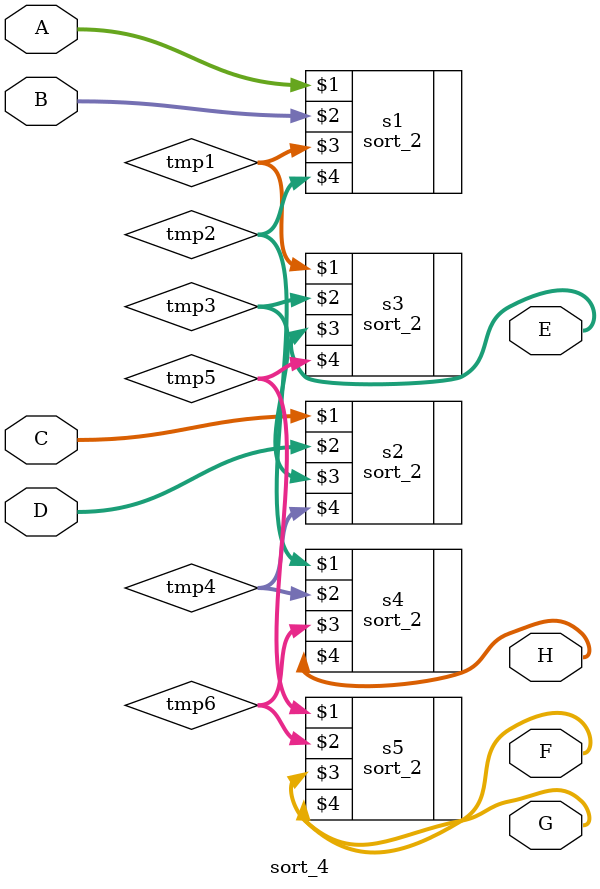
<source format=v>
module sort_4(
		input [3:0] A,
		input [3:0] B,
		input [3:0] C,
		input [3:0] D,
		output [3:0] E,
		output [3:0] F,
		output [3:0] G,
		output [3:0] H
);

		wire [3:0] tmp1;
		wire [3:0] tmp2;
		wire [3:0] tmp3;
		wire [3:0] tmp4;
		wire [3:0] tmp5;
		wire [3:0] tmp6;
		
		sort_2 s1(A,B,tmp1,tmp2);
		sort_2 s2(C,D,tmp3,tmp4);
		sort_2 s3(tmp1,tmp3,E,tmp5);
		sort_2 s4(tmp2,tmp4,tmp6,H);
		sort_2 s5(tmp5,tmp6,F,G);
		
		


endmodule
</source>
